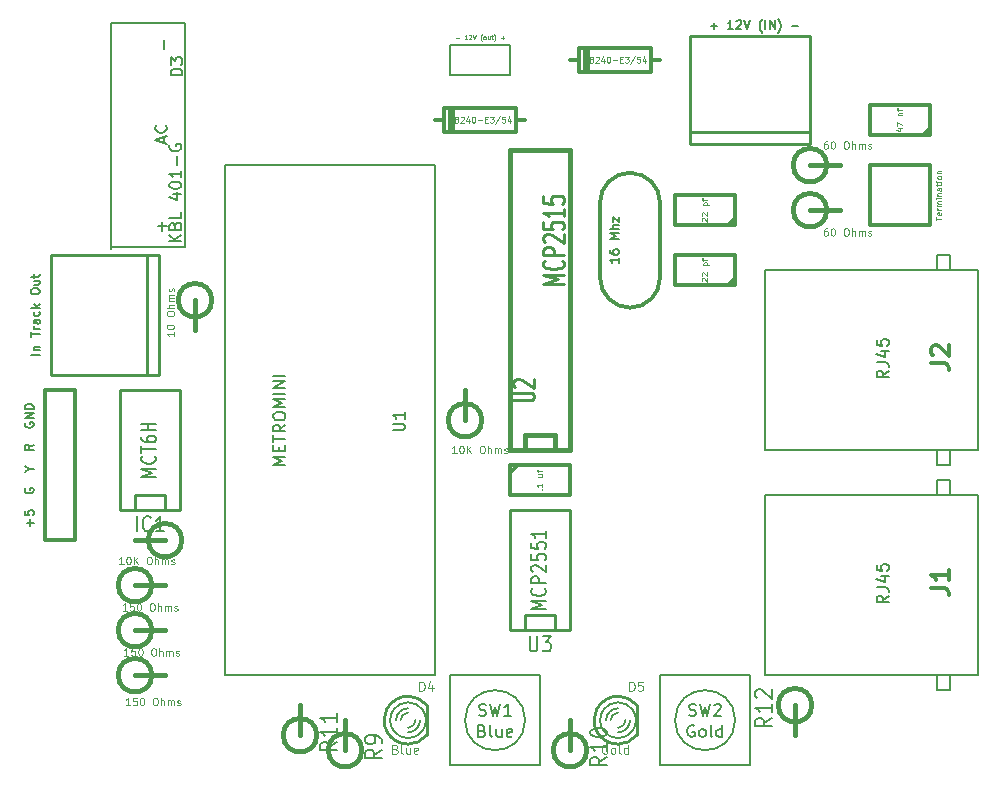
<source format=gto>
G04 (created by PCBNEW (2013-june-11)-stable) date Thu 24 May 2018 16:45:18 EDT*
%MOIN*%
G04 Gerber Fmt 3.4, Leading zero omitted, Abs format*
%FSLAX34Y34*%
G01*
G70*
G90*
G04 APERTURE LIST*
%ADD10C,0.00590551*%
%ADD11C,0.012*%
%ADD12C,0.005*%
%ADD13C,0.015*%
%ADD14C,0.01*%
%ADD15C,0.0125*%
%ADD16C,0.006*%
%ADD17C,0.008*%
%ADD18C,0.004*%
%ADD19C,0.01125*%
%ADD20C,0.00295276*%
%ADD21C,0.0035*%
G04 APERTURE END LIST*
G54D10*
G54D11*
X35000Y-53000D02*
X34000Y-53000D01*
X34000Y-58000D02*
X35000Y-58000D01*
X35000Y-53000D02*
X35000Y-58000D01*
X34000Y-58000D02*
X34000Y-53000D01*
G54D10*
X64170Y-55000D02*
X64170Y-55500D01*
X64170Y-55500D02*
X63720Y-55500D01*
X63720Y-55500D02*
X63720Y-55000D01*
X64170Y-49000D02*
X64170Y-48500D01*
X64170Y-48500D02*
X63720Y-48500D01*
X63720Y-48500D02*
X63720Y-49000D01*
G54D12*
X65100Y-55000D02*
X65100Y-49000D01*
X65100Y-49000D02*
X58000Y-49000D01*
X58000Y-49000D02*
X58000Y-55000D01*
X58000Y-55000D02*
X65100Y-55000D01*
G54D10*
X64170Y-62500D02*
X64170Y-63000D01*
X64170Y-63000D02*
X63720Y-63000D01*
X63720Y-63000D02*
X63720Y-62500D01*
X64170Y-56500D02*
X64170Y-56000D01*
X64170Y-56000D02*
X63720Y-56000D01*
X63720Y-56000D02*
X63720Y-56500D01*
G54D12*
X65100Y-62500D02*
X65100Y-56500D01*
X65100Y-56500D02*
X58000Y-56500D01*
X58000Y-56500D02*
X58000Y-62500D01*
X58000Y-62500D02*
X65100Y-62500D01*
G54D13*
X37000Y-62500D02*
X38000Y-62500D01*
X37559Y-62500D02*
G75*
G03X37559Y-62500I-559J0D01*
G74*
G01*
X37000Y-61000D02*
X38000Y-61000D01*
X37559Y-61000D02*
G75*
G03X37559Y-61000I-559J0D01*
G74*
G01*
X37000Y-59500D02*
X38000Y-59500D01*
X37559Y-59500D02*
G75*
G03X37559Y-59500I-559J0D01*
G74*
G01*
X38000Y-58000D02*
X37000Y-58000D01*
X38559Y-58000D02*
G75*
G03X38559Y-58000I-559J0D01*
G74*
G01*
X39000Y-50000D02*
X39000Y-51000D01*
X39559Y-50000D02*
G75*
G03X39559Y-50000I-559J0D01*
G74*
G01*
X59500Y-45500D02*
X60500Y-45500D01*
X60059Y-45500D02*
G75*
G03X60059Y-45500I-559J0D01*
G74*
G01*
X59500Y-47000D02*
X60500Y-47000D01*
X60059Y-47000D02*
G75*
G03X60059Y-47000I-559J0D01*
G74*
G01*
X48000Y-54000D02*
X48000Y-53000D01*
X48559Y-54000D02*
G75*
G03X48559Y-54000I-559J0D01*
G74*
G01*
G54D11*
X61500Y-45500D02*
X63500Y-45500D01*
X63500Y-45500D02*
X63500Y-47500D01*
X63500Y-47500D02*
X61500Y-47500D01*
X61500Y-47500D02*
X61500Y-45500D01*
G54D14*
X59500Y-41500D02*
X59500Y-41200D01*
X59500Y-41200D02*
X55500Y-41200D01*
X55500Y-41200D02*
X55500Y-41500D01*
X59500Y-44800D02*
X55500Y-44800D01*
X55500Y-44800D02*
X55500Y-44400D01*
X55500Y-44400D02*
X59500Y-44400D01*
X59500Y-44400D02*
X59500Y-44800D01*
X59500Y-44500D02*
X59500Y-41500D01*
X55500Y-41500D02*
X55500Y-44500D01*
X34500Y-48500D02*
X34200Y-48500D01*
X34200Y-48500D02*
X34200Y-52500D01*
X34200Y-52500D02*
X34500Y-52500D01*
X37800Y-48500D02*
X37800Y-52500D01*
X37800Y-52500D02*
X37400Y-52500D01*
X37400Y-52500D02*
X37400Y-48500D01*
X37400Y-48500D02*
X37800Y-48500D01*
X37500Y-48500D02*
X34500Y-48500D01*
X34500Y-52500D02*
X37500Y-52500D01*
G54D10*
X47003Y-45496D02*
X47003Y-62503D01*
X47003Y-62503D02*
X39996Y-62503D01*
X39996Y-62503D02*
X39996Y-45496D01*
X39996Y-45496D02*
X47003Y-45496D01*
X36212Y-48240D02*
X36212Y-40759D01*
X36212Y-40759D02*
X38673Y-40759D01*
X38673Y-40759D02*
X38673Y-48240D01*
X38673Y-48240D02*
X36212Y-48240D01*
X36212Y-48240D02*
X36212Y-48279D01*
G54D15*
X54500Y-49250D02*
X54500Y-46750D01*
X52500Y-49250D02*
X52500Y-46750D01*
X53500Y-45750D02*
G75*
G03X52500Y-46750I0J-1000D01*
G74*
G01*
X54500Y-46750D02*
G75*
G03X53500Y-45750I-1000J0D01*
G74*
G01*
X52500Y-49250D02*
G75*
G03X53500Y-50250I1000J0D01*
G74*
G01*
X53500Y-50250D02*
G75*
G03X54500Y-49250I0J1000D01*
G74*
G01*
G54D14*
X37000Y-57000D02*
X37000Y-56500D01*
X37000Y-56500D02*
X38000Y-56500D01*
X38000Y-56500D02*
X38000Y-57000D01*
X36500Y-57000D02*
X36500Y-53000D01*
X36500Y-53000D02*
X38500Y-53000D01*
X38500Y-53000D02*
X38500Y-57000D01*
X38500Y-57000D02*
X36500Y-57000D01*
X50000Y-61000D02*
X50000Y-60500D01*
X50000Y-60500D02*
X51000Y-60500D01*
X51000Y-60500D02*
X51000Y-61000D01*
X49500Y-61000D02*
X49500Y-57000D01*
X49500Y-57000D02*
X51500Y-57000D01*
X51500Y-57000D02*
X51500Y-61000D01*
X51500Y-61000D02*
X49500Y-61000D01*
G54D13*
X50000Y-55000D02*
X50000Y-54500D01*
X50000Y-54500D02*
X51000Y-54500D01*
X51000Y-54500D02*
X51000Y-55000D01*
X49500Y-55000D02*
X49500Y-45000D01*
X49500Y-45000D02*
X51500Y-45000D01*
X51500Y-45000D02*
X51500Y-55000D01*
X51500Y-55000D02*
X49500Y-55000D01*
G54D11*
X51500Y-42000D02*
X51800Y-42000D01*
X51800Y-42000D02*
X51800Y-42400D01*
X51800Y-42400D02*
X54200Y-42400D01*
X54200Y-42400D02*
X54200Y-42000D01*
X54200Y-42000D02*
X54500Y-42000D01*
X54200Y-42000D02*
X54200Y-41600D01*
X54200Y-41600D02*
X51800Y-41600D01*
X51800Y-41600D02*
X51800Y-42000D01*
X52000Y-42400D02*
X52000Y-41600D01*
X52100Y-41600D02*
X52100Y-42400D01*
X47000Y-44000D02*
X47300Y-44000D01*
X47300Y-44000D02*
X47300Y-44400D01*
X47300Y-44400D02*
X49700Y-44400D01*
X49700Y-44400D02*
X49700Y-44000D01*
X49700Y-44000D02*
X50000Y-44000D01*
X49700Y-44000D02*
X49700Y-43600D01*
X49700Y-43600D02*
X47300Y-43600D01*
X47300Y-43600D02*
X47300Y-44000D01*
X47500Y-44400D02*
X47500Y-43600D01*
X47600Y-43600D02*
X47600Y-44400D01*
X49520Y-55500D02*
X51500Y-55500D01*
X51500Y-55500D02*
X51500Y-56500D01*
X51500Y-56500D02*
X49500Y-56500D01*
X49500Y-56500D02*
X49500Y-55500D01*
X49500Y-55750D02*
X49750Y-55500D01*
X63480Y-44500D02*
X61500Y-44500D01*
X61500Y-44500D02*
X61500Y-43500D01*
X61500Y-43500D02*
X63500Y-43500D01*
X63500Y-43500D02*
X63500Y-44500D01*
X63500Y-44250D02*
X63250Y-44500D01*
X56980Y-49500D02*
X55000Y-49500D01*
X55000Y-49500D02*
X55000Y-48500D01*
X55000Y-48500D02*
X57000Y-48500D01*
X57000Y-48500D02*
X57000Y-49500D01*
X57000Y-49250D02*
X56750Y-49500D01*
X56980Y-47500D02*
X55000Y-47500D01*
X55000Y-47500D02*
X55000Y-46500D01*
X55000Y-46500D02*
X57000Y-46500D01*
X57000Y-46500D02*
X57000Y-47500D01*
X57000Y-47250D02*
X56750Y-47500D01*
G54D16*
X49500Y-41500D02*
X49500Y-42500D01*
X49500Y-42500D02*
X47500Y-42500D01*
X47500Y-42500D02*
X47500Y-41500D01*
X47500Y-41500D02*
X49500Y-41500D01*
G54D13*
X44000Y-65000D02*
X44000Y-64000D01*
X44559Y-65000D02*
G75*
G03X44559Y-65000I-559J0D01*
G74*
G01*
X51500Y-65000D02*
X51500Y-64000D01*
X52059Y-65000D02*
G75*
G03X52059Y-65000I-559J0D01*
G74*
G01*
X42500Y-64500D02*
X42500Y-63500D01*
X43059Y-64500D02*
G75*
G03X43059Y-64500I-559J0D01*
G74*
G01*
X59000Y-63500D02*
X59000Y-64500D01*
X59559Y-63500D02*
G75*
G03X59559Y-63500I-559J0D01*
G74*
G01*
G54D14*
X46720Y-64500D02*
X46720Y-63500D01*
G54D16*
X45639Y-63615D02*
G75*
G03X45500Y-64000I460J-384D01*
G74*
G01*
X45500Y-64000D02*
G75*
G03X45651Y-64397I599J0D01*
G74*
G01*
X46699Y-64000D02*
G75*
G03X46555Y-63610I-599J0D01*
G74*
G01*
X46560Y-64384D02*
G75*
G03X46700Y-64000I-460J384D01*
G74*
G01*
X46587Y-63650D02*
G75*
G03X46100Y-63400I-487J-349D01*
G74*
G01*
X46100Y-63400D02*
G75*
G03X45620Y-63639I0J-600D01*
G74*
G01*
X46100Y-64599D02*
G75*
G03X46572Y-64368I0J599D01*
G74*
G01*
X45626Y-64368D02*
G75*
G03X46100Y-64600I473J368D01*
G74*
G01*
X46100Y-63750D02*
G75*
G03X45850Y-64000I0J-250D01*
G74*
G01*
X46100Y-63600D02*
G75*
G03X45700Y-64000I0J-400D01*
G74*
G01*
X46100Y-64250D02*
G75*
G03X46350Y-64000I0J250D01*
G74*
G01*
X46100Y-64400D02*
G75*
G03X46500Y-64000I0J400D01*
G74*
G01*
G54D14*
X46713Y-63486D02*
G75*
G03X46100Y-63200I-613J-513D01*
G74*
G01*
X46100Y-63201D02*
G75*
G03X45395Y-63623I0J-799D01*
G74*
G01*
X46101Y-64798D02*
G75*
G03X46710Y-64515I-1J798D01*
G74*
G01*
X45405Y-64397D02*
G75*
G03X46100Y-64800I694J397D01*
G74*
G01*
X45395Y-63620D02*
G75*
G03X45300Y-64000I704J-379D01*
G74*
G01*
X45300Y-64000D02*
G75*
G03X45418Y-64418I799J0D01*
G74*
G01*
X53720Y-64500D02*
X53720Y-63500D01*
G54D16*
X52639Y-63615D02*
G75*
G03X52500Y-64000I460J-384D01*
G74*
G01*
X52500Y-64000D02*
G75*
G03X52651Y-64397I599J0D01*
G74*
G01*
X53699Y-64000D02*
G75*
G03X53555Y-63610I-599J0D01*
G74*
G01*
X53560Y-64384D02*
G75*
G03X53700Y-64000I-460J384D01*
G74*
G01*
X53587Y-63650D02*
G75*
G03X53100Y-63400I-487J-349D01*
G74*
G01*
X53100Y-63400D02*
G75*
G03X52620Y-63639I0J-600D01*
G74*
G01*
X53100Y-64599D02*
G75*
G03X53572Y-64368I0J599D01*
G74*
G01*
X52626Y-64368D02*
G75*
G03X53100Y-64600I473J368D01*
G74*
G01*
X53100Y-63750D02*
G75*
G03X52850Y-64000I0J-250D01*
G74*
G01*
X53100Y-63600D02*
G75*
G03X52700Y-64000I0J-400D01*
G74*
G01*
X53100Y-64250D02*
G75*
G03X53350Y-64000I0J250D01*
G74*
G01*
X53100Y-64400D02*
G75*
G03X53500Y-64000I0J400D01*
G74*
G01*
G54D14*
X53713Y-63486D02*
G75*
G03X53100Y-63200I-613J-513D01*
G74*
G01*
X53100Y-63201D02*
G75*
G03X52395Y-63623I0J-799D01*
G74*
G01*
X53101Y-64798D02*
G75*
G03X53710Y-64515I-1J798D01*
G74*
G01*
X52405Y-64397D02*
G75*
G03X53100Y-64800I694J397D01*
G74*
G01*
X52395Y-63620D02*
G75*
G03X52300Y-64000I704J-379D01*
G74*
G01*
X52300Y-64000D02*
G75*
G03X52418Y-64418I799J0D01*
G74*
G01*
G54D12*
X50000Y-64000D02*
G75*
G03X50000Y-64000I-1000J0D01*
G74*
G01*
X47500Y-62500D02*
X50500Y-62500D01*
X50500Y-62500D02*
X50500Y-65500D01*
X50500Y-65500D02*
X47500Y-65500D01*
X47500Y-62500D02*
X47500Y-65500D01*
X57000Y-64000D02*
G75*
G03X57000Y-64000I-1000J0D01*
G74*
G01*
X54500Y-62500D02*
X57500Y-62500D01*
X57500Y-62500D02*
X57500Y-65500D01*
X57500Y-65500D02*
X54500Y-65500D01*
X54500Y-62500D02*
X54500Y-65500D01*
G54D10*
X33507Y-57524D02*
X33507Y-57299D01*
X33619Y-57412D02*
X33394Y-57412D01*
X33324Y-57018D02*
X33324Y-57159D01*
X33464Y-57173D01*
X33450Y-57159D01*
X33436Y-57131D01*
X33436Y-57060D01*
X33450Y-57032D01*
X33464Y-57018D01*
X33492Y-57004D01*
X33563Y-57004D01*
X33591Y-57018D01*
X33605Y-57032D01*
X33619Y-57060D01*
X33619Y-57131D01*
X33605Y-57159D01*
X33591Y-57173D01*
X33338Y-56273D02*
X33324Y-56301D01*
X33324Y-56343D01*
X33338Y-56385D01*
X33366Y-56413D01*
X33394Y-56428D01*
X33450Y-56442D01*
X33492Y-56442D01*
X33549Y-56428D01*
X33577Y-56413D01*
X33605Y-56385D01*
X33619Y-56343D01*
X33619Y-56315D01*
X33605Y-56273D01*
X33591Y-56259D01*
X33492Y-56259D01*
X33492Y-56315D01*
X33478Y-55626D02*
X33619Y-55626D01*
X33324Y-55724D02*
X33478Y-55626D01*
X33324Y-55528D01*
X33619Y-54811D02*
X33478Y-54909D01*
X33619Y-54979D02*
X33324Y-54979D01*
X33324Y-54867D01*
X33338Y-54839D01*
X33352Y-54825D01*
X33380Y-54811D01*
X33422Y-54811D01*
X33450Y-54825D01*
X33464Y-54839D01*
X33478Y-54867D01*
X33478Y-54979D01*
X33338Y-54079D02*
X33324Y-54107D01*
X33324Y-54150D01*
X33338Y-54192D01*
X33366Y-54220D01*
X33394Y-54234D01*
X33450Y-54248D01*
X33492Y-54248D01*
X33549Y-54234D01*
X33577Y-54220D01*
X33605Y-54192D01*
X33619Y-54150D01*
X33619Y-54122D01*
X33605Y-54079D01*
X33591Y-54065D01*
X33492Y-54065D01*
X33492Y-54122D01*
X33619Y-53939D02*
X33324Y-53939D01*
X33619Y-53770D01*
X33324Y-53770D01*
X33619Y-53629D02*
X33324Y-53629D01*
X33324Y-53559D01*
X33338Y-53517D01*
X33366Y-53489D01*
X33394Y-53475D01*
X33450Y-53461D01*
X33492Y-53461D01*
X33549Y-53475D01*
X33577Y-53489D01*
X33605Y-53517D01*
X33619Y-53559D01*
X33619Y-53629D01*
G54D11*
X63542Y-52100D02*
X63971Y-52100D01*
X64057Y-52128D01*
X64114Y-52185D01*
X64142Y-52271D01*
X64142Y-52328D01*
X63600Y-51842D02*
X63571Y-51814D01*
X63542Y-51757D01*
X63542Y-51614D01*
X63571Y-51557D01*
X63600Y-51528D01*
X63657Y-51500D01*
X63714Y-51500D01*
X63800Y-51528D01*
X64142Y-51871D01*
X64142Y-51500D01*
G54D17*
X62119Y-52347D02*
X61931Y-52478D01*
X62119Y-52572D02*
X61725Y-52572D01*
X61725Y-52422D01*
X61744Y-52384D01*
X61763Y-52366D01*
X61800Y-52347D01*
X61856Y-52347D01*
X61894Y-52366D01*
X61913Y-52384D01*
X61931Y-52422D01*
X61931Y-52572D01*
X61725Y-52065D02*
X62006Y-52065D01*
X62063Y-52084D01*
X62100Y-52122D01*
X62119Y-52178D01*
X62119Y-52216D01*
X61856Y-51709D02*
X62119Y-51709D01*
X61706Y-51803D02*
X61988Y-51897D01*
X61988Y-51653D01*
X61725Y-51315D02*
X61725Y-51503D01*
X61913Y-51521D01*
X61894Y-51503D01*
X61875Y-51465D01*
X61875Y-51371D01*
X61894Y-51334D01*
X61913Y-51315D01*
X61950Y-51296D01*
X62044Y-51296D01*
X62081Y-51315D01*
X62100Y-51334D01*
X62119Y-51371D01*
X62119Y-51465D01*
X62100Y-51503D01*
X62081Y-51521D01*
G54D11*
X63542Y-59600D02*
X63971Y-59600D01*
X64057Y-59628D01*
X64114Y-59685D01*
X64142Y-59771D01*
X64142Y-59828D01*
X64142Y-59000D02*
X64142Y-59342D01*
X64142Y-59171D02*
X63542Y-59171D01*
X63628Y-59228D01*
X63685Y-59285D01*
X63714Y-59342D01*
G54D17*
X62119Y-59847D02*
X61931Y-59978D01*
X62119Y-60072D02*
X61725Y-60072D01*
X61725Y-59922D01*
X61744Y-59884D01*
X61763Y-59866D01*
X61800Y-59847D01*
X61856Y-59847D01*
X61894Y-59866D01*
X61913Y-59884D01*
X61931Y-59922D01*
X61931Y-60072D01*
X61725Y-59565D02*
X62006Y-59565D01*
X62063Y-59584D01*
X62100Y-59622D01*
X62119Y-59678D01*
X62119Y-59716D01*
X61856Y-59209D02*
X62119Y-59209D01*
X61706Y-59303D02*
X61988Y-59397D01*
X61988Y-59153D01*
X61725Y-58815D02*
X61725Y-59003D01*
X61913Y-59021D01*
X61894Y-59003D01*
X61875Y-58965D01*
X61875Y-58871D01*
X61894Y-58834D01*
X61913Y-58815D01*
X61950Y-58796D01*
X62044Y-58796D01*
X62081Y-58815D01*
X62100Y-58834D01*
X62119Y-58871D01*
X62119Y-58965D01*
X62100Y-59003D01*
X62081Y-59021D01*
G54D18*
X36826Y-63501D02*
X36683Y-63501D01*
X36754Y-63501D02*
X36754Y-63251D01*
X36730Y-63286D01*
X36707Y-63310D01*
X36683Y-63322D01*
X37052Y-63251D02*
X36933Y-63251D01*
X36921Y-63370D01*
X36933Y-63358D01*
X36957Y-63346D01*
X37016Y-63346D01*
X37040Y-63358D01*
X37052Y-63370D01*
X37064Y-63394D01*
X37064Y-63453D01*
X37052Y-63477D01*
X37040Y-63489D01*
X37016Y-63501D01*
X36957Y-63501D01*
X36933Y-63489D01*
X36921Y-63477D01*
X37219Y-63251D02*
X37242Y-63251D01*
X37266Y-63263D01*
X37278Y-63275D01*
X37290Y-63298D01*
X37302Y-63346D01*
X37302Y-63405D01*
X37290Y-63453D01*
X37278Y-63477D01*
X37266Y-63489D01*
X37242Y-63501D01*
X37219Y-63501D01*
X37195Y-63489D01*
X37183Y-63477D01*
X37171Y-63453D01*
X37159Y-63405D01*
X37159Y-63346D01*
X37171Y-63298D01*
X37183Y-63275D01*
X37195Y-63263D01*
X37219Y-63251D01*
X37647Y-63251D02*
X37695Y-63251D01*
X37719Y-63263D01*
X37742Y-63286D01*
X37754Y-63334D01*
X37754Y-63417D01*
X37742Y-63465D01*
X37719Y-63489D01*
X37695Y-63501D01*
X37647Y-63501D01*
X37623Y-63489D01*
X37600Y-63465D01*
X37588Y-63417D01*
X37588Y-63334D01*
X37600Y-63286D01*
X37623Y-63263D01*
X37647Y-63251D01*
X37861Y-63501D02*
X37861Y-63251D01*
X37969Y-63501D02*
X37969Y-63370D01*
X37957Y-63346D01*
X37933Y-63334D01*
X37897Y-63334D01*
X37873Y-63346D01*
X37861Y-63358D01*
X38088Y-63501D02*
X38088Y-63334D01*
X38088Y-63358D02*
X38100Y-63346D01*
X38123Y-63334D01*
X38159Y-63334D01*
X38183Y-63346D01*
X38195Y-63370D01*
X38195Y-63501D01*
X38195Y-63370D02*
X38207Y-63346D01*
X38230Y-63334D01*
X38266Y-63334D01*
X38290Y-63346D01*
X38302Y-63370D01*
X38302Y-63501D01*
X38409Y-63489D02*
X38433Y-63501D01*
X38480Y-63501D01*
X38504Y-63489D01*
X38516Y-63465D01*
X38516Y-63453D01*
X38504Y-63429D01*
X38480Y-63417D01*
X38445Y-63417D01*
X38421Y-63405D01*
X38409Y-63382D01*
X38409Y-63370D01*
X38421Y-63346D01*
X38445Y-63334D01*
X38480Y-63334D01*
X38504Y-63346D01*
X36776Y-61851D02*
X36633Y-61851D01*
X36704Y-61851D02*
X36704Y-61601D01*
X36680Y-61636D01*
X36657Y-61660D01*
X36633Y-61672D01*
X37002Y-61601D02*
X36883Y-61601D01*
X36871Y-61720D01*
X36883Y-61708D01*
X36907Y-61696D01*
X36966Y-61696D01*
X36990Y-61708D01*
X37002Y-61720D01*
X37014Y-61744D01*
X37014Y-61803D01*
X37002Y-61827D01*
X36990Y-61839D01*
X36966Y-61851D01*
X36907Y-61851D01*
X36883Y-61839D01*
X36871Y-61827D01*
X37169Y-61601D02*
X37192Y-61601D01*
X37216Y-61613D01*
X37228Y-61625D01*
X37240Y-61648D01*
X37252Y-61696D01*
X37252Y-61755D01*
X37240Y-61803D01*
X37228Y-61827D01*
X37216Y-61839D01*
X37192Y-61851D01*
X37169Y-61851D01*
X37145Y-61839D01*
X37133Y-61827D01*
X37121Y-61803D01*
X37109Y-61755D01*
X37109Y-61696D01*
X37121Y-61648D01*
X37133Y-61625D01*
X37145Y-61613D01*
X37169Y-61601D01*
X37597Y-61601D02*
X37645Y-61601D01*
X37669Y-61613D01*
X37692Y-61636D01*
X37704Y-61684D01*
X37704Y-61767D01*
X37692Y-61815D01*
X37669Y-61839D01*
X37645Y-61851D01*
X37597Y-61851D01*
X37573Y-61839D01*
X37550Y-61815D01*
X37538Y-61767D01*
X37538Y-61684D01*
X37550Y-61636D01*
X37573Y-61613D01*
X37597Y-61601D01*
X37811Y-61851D02*
X37811Y-61601D01*
X37919Y-61851D02*
X37919Y-61720D01*
X37907Y-61696D01*
X37883Y-61684D01*
X37847Y-61684D01*
X37823Y-61696D01*
X37811Y-61708D01*
X38038Y-61851D02*
X38038Y-61684D01*
X38038Y-61708D02*
X38050Y-61696D01*
X38073Y-61684D01*
X38109Y-61684D01*
X38133Y-61696D01*
X38145Y-61720D01*
X38145Y-61851D01*
X38145Y-61720D02*
X38157Y-61696D01*
X38180Y-61684D01*
X38216Y-61684D01*
X38240Y-61696D01*
X38252Y-61720D01*
X38252Y-61851D01*
X38359Y-61839D02*
X38383Y-61851D01*
X38430Y-61851D01*
X38454Y-61839D01*
X38466Y-61815D01*
X38466Y-61803D01*
X38454Y-61779D01*
X38430Y-61767D01*
X38395Y-61767D01*
X38371Y-61755D01*
X38359Y-61732D01*
X38359Y-61720D01*
X38371Y-61696D01*
X38395Y-61684D01*
X38430Y-61684D01*
X38454Y-61696D01*
X36726Y-60351D02*
X36583Y-60351D01*
X36654Y-60351D02*
X36654Y-60101D01*
X36630Y-60136D01*
X36607Y-60160D01*
X36583Y-60172D01*
X36952Y-60101D02*
X36833Y-60101D01*
X36821Y-60220D01*
X36833Y-60208D01*
X36857Y-60196D01*
X36916Y-60196D01*
X36940Y-60208D01*
X36952Y-60220D01*
X36964Y-60244D01*
X36964Y-60303D01*
X36952Y-60327D01*
X36940Y-60339D01*
X36916Y-60351D01*
X36857Y-60351D01*
X36833Y-60339D01*
X36821Y-60327D01*
X37119Y-60101D02*
X37142Y-60101D01*
X37166Y-60113D01*
X37178Y-60125D01*
X37190Y-60148D01*
X37202Y-60196D01*
X37202Y-60255D01*
X37190Y-60303D01*
X37178Y-60327D01*
X37166Y-60339D01*
X37142Y-60351D01*
X37119Y-60351D01*
X37095Y-60339D01*
X37083Y-60327D01*
X37071Y-60303D01*
X37059Y-60255D01*
X37059Y-60196D01*
X37071Y-60148D01*
X37083Y-60125D01*
X37095Y-60113D01*
X37119Y-60101D01*
X37547Y-60101D02*
X37595Y-60101D01*
X37619Y-60113D01*
X37642Y-60136D01*
X37654Y-60184D01*
X37654Y-60267D01*
X37642Y-60315D01*
X37619Y-60339D01*
X37595Y-60351D01*
X37547Y-60351D01*
X37523Y-60339D01*
X37500Y-60315D01*
X37488Y-60267D01*
X37488Y-60184D01*
X37500Y-60136D01*
X37523Y-60113D01*
X37547Y-60101D01*
X37761Y-60351D02*
X37761Y-60101D01*
X37869Y-60351D02*
X37869Y-60220D01*
X37857Y-60196D01*
X37833Y-60184D01*
X37797Y-60184D01*
X37773Y-60196D01*
X37761Y-60208D01*
X37988Y-60351D02*
X37988Y-60184D01*
X37988Y-60208D02*
X38000Y-60196D01*
X38023Y-60184D01*
X38059Y-60184D01*
X38083Y-60196D01*
X38095Y-60220D01*
X38095Y-60351D01*
X38095Y-60220D02*
X38107Y-60196D01*
X38130Y-60184D01*
X38166Y-60184D01*
X38190Y-60196D01*
X38202Y-60220D01*
X38202Y-60351D01*
X38309Y-60339D02*
X38333Y-60351D01*
X38380Y-60351D01*
X38404Y-60339D01*
X38416Y-60315D01*
X38416Y-60303D01*
X38404Y-60279D01*
X38380Y-60267D01*
X38345Y-60267D01*
X38321Y-60255D01*
X38309Y-60232D01*
X38309Y-60220D01*
X38321Y-60196D01*
X38345Y-60184D01*
X38380Y-60184D01*
X38404Y-60196D01*
X36620Y-58801D02*
X36477Y-58801D01*
X36548Y-58801D02*
X36548Y-58551D01*
X36525Y-58586D01*
X36501Y-58610D01*
X36477Y-58622D01*
X36775Y-58551D02*
X36798Y-58551D01*
X36822Y-58563D01*
X36834Y-58575D01*
X36846Y-58598D01*
X36858Y-58646D01*
X36858Y-58705D01*
X36846Y-58753D01*
X36834Y-58777D01*
X36822Y-58789D01*
X36798Y-58801D01*
X36775Y-58801D01*
X36751Y-58789D01*
X36739Y-58777D01*
X36727Y-58753D01*
X36715Y-58705D01*
X36715Y-58646D01*
X36727Y-58598D01*
X36739Y-58575D01*
X36751Y-58563D01*
X36775Y-58551D01*
X36965Y-58801D02*
X36965Y-58551D01*
X37108Y-58801D02*
X37001Y-58658D01*
X37108Y-58551D02*
X36965Y-58694D01*
X37453Y-58551D02*
X37501Y-58551D01*
X37525Y-58563D01*
X37548Y-58586D01*
X37560Y-58634D01*
X37560Y-58717D01*
X37548Y-58765D01*
X37525Y-58789D01*
X37501Y-58801D01*
X37453Y-58801D01*
X37429Y-58789D01*
X37405Y-58765D01*
X37394Y-58717D01*
X37394Y-58634D01*
X37405Y-58586D01*
X37429Y-58563D01*
X37453Y-58551D01*
X37667Y-58801D02*
X37667Y-58551D01*
X37775Y-58801D02*
X37775Y-58670D01*
X37763Y-58646D01*
X37739Y-58634D01*
X37703Y-58634D01*
X37679Y-58646D01*
X37667Y-58658D01*
X37894Y-58801D02*
X37894Y-58634D01*
X37894Y-58658D02*
X37905Y-58646D01*
X37929Y-58634D01*
X37965Y-58634D01*
X37989Y-58646D01*
X38001Y-58670D01*
X38001Y-58801D01*
X38001Y-58670D02*
X38013Y-58646D01*
X38036Y-58634D01*
X38072Y-58634D01*
X38096Y-58646D01*
X38108Y-58670D01*
X38108Y-58801D01*
X38215Y-58789D02*
X38239Y-58801D01*
X38286Y-58801D01*
X38310Y-58789D01*
X38322Y-58765D01*
X38322Y-58753D01*
X38310Y-58729D01*
X38286Y-58717D01*
X38251Y-58717D01*
X38227Y-58705D01*
X38215Y-58682D01*
X38215Y-58670D01*
X38227Y-58646D01*
X38251Y-58634D01*
X38286Y-58634D01*
X38310Y-58646D01*
X38301Y-51054D02*
X38301Y-51197D01*
X38301Y-51126D02*
X38051Y-51126D01*
X38086Y-51150D01*
X38110Y-51173D01*
X38122Y-51197D01*
X38051Y-50900D02*
X38051Y-50876D01*
X38063Y-50852D01*
X38075Y-50840D01*
X38098Y-50828D01*
X38146Y-50816D01*
X38205Y-50816D01*
X38253Y-50828D01*
X38277Y-50840D01*
X38289Y-50852D01*
X38301Y-50876D01*
X38301Y-50900D01*
X38289Y-50923D01*
X38277Y-50935D01*
X38253Y-50947D01*
X38205Y-50959D01*
X38146Y-50959D01*
X38098Y-50947D01*
X38075Y-50935D01*
X38063Y-50923D01*
X38051Y-50900D01*
X38051Y-50471D02*
X38051Y-50423D01*
X38063Y-50400D01*
X38086Y-50376D01*
X38134Y-50364D01*
X38217Y-50364D01*
X38265Y-50376D01*
X38289Y-50400D01*
X38301Y-50423D01*
X38301Y-50471D01*
X38289Y-50495D01*
X38265Y-50519D01*
X38217Y-50530D01*
X38134Y-50530D01*
X38086Y-50519D01*
X38063Y-50495D01*
X38051Y-50471D01*
X38301Y-50257D02*
X38051Y-50257D01*
X38301Y-50150D02*
X38170Y-50150D01*
X38146Y-50161D01*
X38134Y-50185D01*
X38134Y-50221D01*
X38146Y-50245D01*
X38158Y-50257D01*
X38301Y-50030D02*
X38134Y-50030D01*
X38158Y-50030D02*
X38146Y-50019D01*
X38134Y-49995D01*
X38134Y-49959D01*
X38146Y-49935D01*
X38170Y-49923D01*
X38301Y-49923D01*
X38170Y-49923D02*
X38146Y-49911D01*
X38134Y-49888D01*
X38134Y-49852D01*
X38146Y-49828D01*
X38170Y-49816D01*
X38301Y-49816D01*
X38289Y-49709D02*
X38301Y-49685D01*
X38301Y-49638D01*
X38289Y-49614D01*
X38265Y-49602D01*
X38253Y-49602D01*
X38229Y-49614D01*
X38217Y-49638D01*
X38217Y-49673D01*
X38205Y-49697D01*
X38182Y-49709D01*
X38170Y-49709D01*
X38146Y-49697D01*
X38134Y-49673D01*
X38134Y-49638D01*
X38146Y-49614D01*
X60071Y-44701D02*
X60023Y-44701D01*
X60000Y-44713D01*
X59988Y-44725D01*
X59964Y-44760D01*
X59952Y-44808D01*
X59952Y-44903D01*
X59964Y-44927D01*
X59976Y-44939D01*
X60000Y-44951D01*
X60047Y-44951D01*
X60071Y-44939D01*
X60083Y-44927D01*
X60095Y-44903D01*
X60095Y-44844D01*
X60083Y-44820D01*
X60071Y-44808D01*
X60047Y-44796D01*
X60000Y-44796D01*
X59976Y-44808D01*
X59964Y-44820D01*
X59952Y-44844D01*
X60250Y-44701D02*
X60273Y-44701D01*
X60297Y-44713D01*
X60309Y-44725D01*
X60321Y-44748D01*
X60333Y-44796D01*
X60333Y-44855D01*
X60321Y-44903D01*
X60309Y-44927D01*
X60297Y-44939D01*
X60273Y-44951D01*
X60250Y-44951D01*
X60226Y-44939D01*
X60214Y-44927D01*
X60202Y-44903D01*
X60190Y-44855D01*
X60190Y-44796D01*
X60202Y-44748D01*
X60214Y-44725D01*
X60226Y-44713D01*
X60250Y-44701D01*
X60678Y-44701D02*
X60726Y-44701D01*
X60750Y-44713D01*
X60773Y-44736D01*
X60785Y-44784D01*
X60785Y-44867D01*
X60773Y-44915D01*
X60750Y-44939D01*
X60726Y-44951D01*
X60678Y-44951D01*
X60654Y-44939D01*
X60630Y-44915D01*
X60619Y-44867D01*
X60619Y-44784D01*
X60630Y-44736D01*
X60654Y-44713D01*
X60678Y-44701D01*
X60892Y-44951D02*
X60892Y-44701D01*
X61000Y-44951D02*
X61000Y-44820D01*
X60988Y-44796D01*
X60964Y-44784D01*
X60928Y-44784D01*
X60904Y-44796D01*
X60892Y-44808D01*
X61119Y-44951D02*
X61119Y-44784D01*
X61119Y-44808D02*
X61130Y-44796D01*
X61154Y-44784D01*
X61190Y-44784D01*
X61214Y-44796D01*
X61226Y-44820D01*
X61226Y-44951D01*
X61226Y-44820D02*
X61238Y-44796D01*
X61261Y-44784D01*
X61297Y-44784D01*
X61321Y-44796D01*
X61333Y-44820D01*
X61333Y-44951D01*
X61440Y-44939D02*
X61464Y-44951D01*
X61511Y-44951D01*
X61535Y-44939D01*
X61547Y-44915D01*
X61547Y-44903D01*
X61535Y-44879D01*
X61511Y-44867D01*
X61476Y-44867D01*
X61452Y-44855D01*
X61440Y-44832D01*
X61440Y-44820D01*
X61452Y-44796D01*
X61476Y-44784D01*
X61511Y-44784D01*
X61535Y-44796D01*
X60071Y-47601D02*
X60023Y-47601D01*
X60000Y-47613D01*
X59988Y-47625D01*
X59964Y-47660D01*
X59952Y-47708D01*
X59952Y-47803D01*
X59964Y-47827D01*
X59976Y-47839D01*
X60000Y-47851D01*
X60047Y-47851D01*
X60071Y-47839D01*
X60083Y-47827D01*
X60095Y-47803D01*
X60095Y-47744D01*
X60083Y-47720D01*
X60071Y-47708D01*
X60047Y-47696D01*
X60000Y-47696D01*
X59976Y-47708D01*
X59964Y-47720D01*
X59952Y-47744D01*
X60250Y-47601D02*
X60273Y-47601D01*
X60297Y-47613D01*
X60309Y-47625D01*
X60321Y-47648D01*
X60333Y-47696D01*
X60333Y-47755D01*
X60321Y-47803D01*
X60309Y-47827D01*
X60297Y-47839D01*
X60273Y-47851D01*
X60250Y-47851D01*
X60226Y-47839D01*
X60214Y-47827D01*
X60202Y-47803D01*
X60190Y-47755D01*
X60190Y-47696D01*
X60202Y-47648D01*
X60214Y-47625D01*
X60226Y-47613D01*
X60250Y-47601D01*
X60678Y-47601D02*
X60726Y-47601D01*
X60750Y-47613D01*
X60773Y-47636D01*
X60785Y-47684D01*
X60785Y-47767D01*
X60773Y-47815D01*
X60750Y-47839D01*
X60726Y-47851D01*
X60678Y-47851D01*
X60654Y-47839D01*
X60630Y-47815D01*
X60619Y-47767D01*
X60619Y-47684D01*
X60630Y-47636D01*
X60654Y-47613D01*
X60678Y-47601D01*
X60892Y-47851D02*
X60892Y-47601D01*
X61000Y-47851D02*
X61000Y-47720D01*
X60988Y-47696D01*
X60964Y-47684D01*
X60928Y-47684D01*
X60904Y-47696D01*
X60892Y-47708D01*
X61119Y-47851D02*
X61119Y-47684D01*
X61119Y-47708D02*
X61130Y-47696D01*
X61154Y-47684D01*
X61190Y-47684D01*
X61214Y-47696D01*
X61226Y-47720D01*
X61226Y-47851D01*
X61226Y-47720D02*
X61238Y-47696D01*
X61261Y-47684D01*
X61297Y-47684D01*
X61321Y-47696D01*
X61333Y-47720D01*
X61333Y-47851D01*
X61440Y-47839D02*
X61464Y-47851D01*
X61511Y-47851D01*
X61535Y-47839D01*
X61547Y-47815D01*
X61547Y-47803D01*
X61535Y-47779D01*
X61511Y-47767D01*
X61476Y-47767D01*
X61452Y-47755D01*
X61440Y-47732D01*
X61440Y-47720D01*
X61452Y-47696D01*
X61476Y-47684D01*
X61511Y-47684D01*
X61535Y-47696D01*
X47720Y-55101D02*
X47577Y-55101D01*
X47648Y-55101D02*
X47648Y-54851D01*
X47625Y-54886D01*
X47601Y-54910D01*
X47577Y-54922D01*
X47875Y-54851D02*
X47898Y-54851D01*
X47922Y-54863D01*
X47934Y-54875D01*
X47946Y-54898D01*
X47958Y-54946D01*
X47958Y-55005D01*
X47946Y-55053D01*
X47934Y-55077D01*
X47922Y-55089D01*
X47898Y-55101D01*
X47875Y-55101D01*
X47851Y-55089D01*
X47839Y-55077D01*
X47827Y-55053D01*
X47815Y-55005D01*
X47815Y-54946D01*
X47827Y-54898D01*
X47839Y-54875D01*
X47851Y-54863D01*
X47875Y-54851D01*
X48065Y-55101D02*
X48065Y-54851D01*
X48208Y-55101D02*
X48101Y-54958D01*
X48208Y-54851D02*
X48065Y-54994D01*
X48553Y-54851D02*
X48601Y-54851D01*
X48625Y-54863D01*
X48648Y-54886D01*
X48660Y-54934D01*
X48660Y-55017D01*
X48648Y-55065D01*
X48625Y-55089D01*
X48601Y-55101D01*
X48553Y-55101D01*
X48529Y-55089D01*
X48505Y-55065D01*
X48494Y-55017D01*
X48494Y-54934D01*
X48505Y-54886D01*
X48529Y-54863D01*
X48553Y-54851D01*
X48767Y-55101D02*
X48767Y-54851D01*
X48875Y-55101D02*
X48875Y-54970D01*
X48863Y-54946D01*
X48839Y-54934D01*
X48803Y-54934D01*
X48779Y-54946D01*
X48767Y-54958D01*
X48994Y-55101D02*
X48994Y-54934D01*
X48994Y-54958D02*
X49005Y-54946D01*
X49029Y-54934D01*
X49065Y-54934D01*
X49089Y-54946D01*
X49101Y-54970D01*
X49101Y-55101D01*
X49101Y-54970D02*
X49113Y-54946D01*
X49136Y-54934D01*
X49172Y-54934D01*
X49196Y-54946D01*
X49208Y-54970D01*
X49208Y-55101D01*
X49315Y-55089D02*
X49339Y-55101D01*
X49386Y-55101D01*
X49410Y-55089D01*
X49422Y-55065D01*
X49422Y-55053D01*
X49410Y-55029D01*
X49386Y-55017D01*
X49351Y-55017D01*
X49327Y-55005D01*
X49315Y-54982D01*
X49315Y-54970D01*
X49327Y-54946D01*
X49351Y-54934D01*
X49386Y-54934D01*
X49410Y-54946D01*
X63682Y-47338D02*
X63682Y-47226D01*
X63879Y-47282D02*
X63682Y-47282D01*
X63870Y-47085D02*
X63879Y-47104D01*
X63879Y-47142D01*
X63870Y-47160D01*
X63851Y-47170D01*
X63776Y-47170D01*
X63757Y-47160D01*
X63748Y-47142D01*
X63748Y-47104D01*
X63757Y-47085D01*
X63776Y-47076D01*
X63795Y-47076D01*
X63814Y-47170D01*
X63879Y-46992D02*
X63748Y-46992D01*
X63785Y-46992D02*
X63767Y-46982D01*
X63757Y-46973D01*
X63748Y-46954D01*
X63748Y-46935D01*
X63879Y-46870D02*
X63748Y-46870D01*
X63767Y-46870D02*
X63757Y-46860D01*
X63748Y-46842D01*
X63748Y-46814D01*
X63757Y-46795D01*
X63776Y-46785D01*
X63879Y-46785D01*
X63776Y-46785D02*
X63757Y-46776D01*
X63748Y-46757D01*
X63748Y-46729D01*
X63757Y-46710D01*
X63776Y-46701D01*
X63879Y-46701D01*
X63879Y-46607D02*
X63748Y-46607D01*
X63682Y-46607D02*
X63692Y-46617D01*
X63701Y-46607D01*
X63692Y-46598D01*
X63682Y-46607D01*
X63701Y-46607D01*
X63748Y-46514D02*
X63879Y-46514D01*
X63767Y-46514D02*
X63757Y-46504D01*
X63748Y-46485D01*
X63748Y-46457D01*
X63757Y-46439D01*
X63776Y-46429D01*
X63879Y-46429D01*
X63879Y-46251D02*
X63776Y-46251D01*
X63757Y-46260D01*
X63748Y-46279D01*
X63748Y-46317D01*
X63757Y-46335D01*
X63870Y-46251D02*
X63879Y-46270D01*
X63879Y-46317D01*
X63870Y-46335D01*
X63851Y-46345D01*
X63832Y-46345D01*
X63814Y-46335D01*
X63804Y-46317D01*
X63804Y-46270D01*
X63795Y-46251D01*
X63748Y-46185D02*
X63748Y-46110D01*
X63682Y-46157D02*
X63851Y-46157D01*
X63870Y-46148D01*
X63879Y-46129D01*
X63879Y-46110D01*
X63879Y-46045D02*
X63748Y-46045D01*
X63682Y-46045D02*
X63692Y-46054D01*
X63701Y-46045D01*
X63692Y-46035D01*
X63682Y-46045D01*
X63701Y-46045D01*
X63879Y-45923D02*
X63870Y-45942D01*
X63860Y-45951D01*
X63842Y-45961D01*
X63785Y-45961D01*
X63767Y-45951D01*
X63757Y-45942D01*
X63748Y-45923D01*
X63748Y-45895D01*
X63757Y-45876D01*
X63767Y-45867D01*
X63785Y-45857D01*
X63842Y-45857D01*
X63860Y-45867D01*
X63870Y-45876D01*
X63879Y-45895D01*
X63879Y-45923D01*
X63748Y-45773D02*
X63879Y-45773D01*
X63767Y-45773D02*
X63757Y-45764D01*
X63748Y-45745D01*
X63748Y-45717D01*
X63757Y-45698D01*
X63776Y-45689D01*
X63879Y-45689D01*
G54D10*
X56187Y-40857D02*
X56412Y-40857D01*
X56300Y-40969D02*
X56300Y-40744D01*
X56932Y-40969D02*
X56764Y-40969D01*
X56848Y-40969D02*
X56848Y-40674D01*
X56820Y-40716D01*
X56792Y-40744D01*
X56764Y-40758D01*
X57045Y-40702D02*
X57059Y-40688D01*
X57087Y-40674D01*
X57157Y-40674D01*
X57185Y-40688D01*
X57200Y-40702D01*
X57214Y-40730D01*
X57214Y-40758D01*
X57200Y-40800D01*
X57031Y-40969D01*
X57214Y-40969D01*
X57298Y-40674D02*
X57396Y-40969D01*
X57495Y-40674D01*
X57903Y-41082D02*
X57889Y-41067D01*
X57860Y-41025D01*
X57846Y-40997D01*
X57832Y-40955D01*
X57818Y-40885D01*
X57818Y-40828D01*
X57832Y-40758D01*
X57846Y-40716D01*
X57860Y-40688D01*
X57889Y-40646D01*
X57903Y-40632D01*
X58015Y-40969D02*
X58015Y-40674D01*
X58156Y-40969D02*
X58156Y-40674D01*
X58324Y-40969D01*
X58324Y-40674D01*
X58437Y-41082D02*
X58451Y-41067D01*
X58479Y-41025D01*
X58493Y-40997D01*
X58507Y-40955D01*
X58521Y-40885D01*
X58521Y-40828D01*
X58507Y-40758D01*
X58493Y-40716D01*
X58479Y-40688D01*
X58451Y-40646D01*
X58437Y-40632D01*
X58887Y-40857D02*
X59112Y-40857D01*
X33819Y-51814D02*
X33524Y-51814D01*
X33622Y-51674D02*
X33819Y-51674D01*
X33650Y-51674D02*
X33636Y-51660D01*
X33622Y-51631D01*
X33622Y-51589D01*
X33636Y-51561D01*
X33664Y-51547D01*
X33819Y-51547D01*
X33524Y-51224D02*
X33524Y-51055D01*
X33819Y-51139D02*
X33524Y-51139D01*
X33819Y-50956D02*
X33622Y-50956D01*
X33678Y-50956D02*
X33650Y-50942D01*
X33636Y-50928D01*
X33622Y-50900D01*
X33622Y-50872D01*
X33819Y-50647D02*
X33664Y-50647D01*
X33636Y-50661D01*
X33622Y-50689D01*
X33622Y-50746D01*
X33636Y-50774D01*
X33805Y-50647D02*
X33819Y-50675D01*
X33819Y-50746D01*
X33805Y-50774D01*
X33777Y-50788D01*
X33749Y-50788D01*
X33721Y-50774D01*
X33707Y-50746D01*
X33707Y-50675D01*
X33692Y-50647D01*
X33805Y-50380D02*
X33819Y-50408D01*
X33819Y-50464D01*
X33805Y-50492D01*
X33791Y-50507D01*
X33763Y-50521D01*
X33678Y-50521D01*
X33650Y-50507D01*
X33636Y-50492D01*
X33622Y-50464D01*
X33622Y-50408D01*
X33636Y-50380D01*
X33819Y-50253D02*
X33524Y-50253D01*
X33707Y-50225D02*
X33819Y-50141D01*
X33622Y-50141D02*
X33735Y-50253D01*
X33524Y-49733D02*
X33524Y-49677D01*
X33538Y-49649D01*
X33566Y-49621D01*
X33622Y-49607D01*
X33721Y-49607D01*
X33777Y-49621D01*
X33805Y-49649D01*
X33819Y-49677D01*
X33819Y-49733D01*
X33805Y-49761D01*
X33777Y-49789D01*
X33721Y-49803D01*
X33622Y-49803D01*
X33566Y-49789D01*
X33538Y-49761D01*
X33524Y-49733D01*
X33622Y-49354D02*
X33819Y-49354D01*
X33622Y-49480D02*
X33777Y-49480D01*
X33805Y-49466D01*
X33819Y-49438D01*
X33819Y-49396D01*
X33805Y-49368D01*
X33791Y-49354D01*
X33622Y-49255D02*
X33622Y-49143D01*
X33524Y-49213D02*
X33777Y-49213D01*
X33805Y-49199D01*
X33819Y-49171D01*
X33819Y-49143D01*
X45588Y-54339D02*
X45907Y-54339D01*
X45944Y-54320D01*
X45963Y-54301D01*
X45982Y-54264D01*
X45982Y-54189D01*
X45963Y-54151D01*
X45944Y-54133D01*
X45907Y-54114D01*
X45588Y-54114D01*
X45982Y-53720D02*
X45982Y-53945D01*
X45982Y-53833D02*
X45588Y-53833D01*
X45644Y-53870D01*
X45682Y-53908D01*
X45700Y-53945D01*
X42005Y-55481D02*
X41612Y-55481D01*
X41893Y-55349D01*
X41612Y-55218D01*
X42005Y-55218D01*
X41799Y-55031D02*
X41799Y-54899D01*
X42005Y-54843D02*
X42005Y-55031D01*
X41612Y-55031D01*
X41612Y-54843D01*
X41612Y-54731D02*
X41612Y-54506D01*
X42005Y-54618D02*
X41612Y-54618D01*
X42005Y-54149D02*
X41818Y-54281D01*
X42005Y-54374D02*
X41612Y-54374D01*
X41612Y-54224D01*
X41630Y-54187D01*
X41649Y-54168D01*
X41687Y-54149D01*
X41743Y-54149D01*
X41780Y-54168D01*
X41799Y-54187D01*
X41818Y-54224D01*
X41818Y-54374D01*
X41612Y-53906D02*
X41612Y-53831D01*
X41630Y-53793D01*
X41668Y-53756D01*
X41743Y-53737D01*
X41874Y-53737D01*
X41949Y-53756D01*
X41987Y-53793D01*
X42005Y-53831D01*
X42005Y-53906D01*
X41987Y-53943D01*
X41949Y-53981D01*
X41874Y-53999D01*
X41743Y-53999D01*
X41668Y-53981D01*
X41630Y-53943D01*
X41612Y-53906D01*
X42005Y-53568D02*
X41612Y-53568D01*
X41893Y-53437D01*
X41612Y-53306D01*
X42005Y-53306D01*
X42005Y-53118D02*
X41612Y-53118D01*
X42005Y-52931D02*
X41612Y-52931D01*
X42005Y-52706D01*
X41612Y-52706D01*
X42005Y-52518D02*
X41612Y-52518D01*
X38576Y-42507D02*
X38182Y-42507D01*
X38182Y-42413D01*
X38201Y-42357D01*
X38239Y-42319D01*
X38276Y-42300D01*
X38351Y-42282D01*
X38407Y-42282D01*
X38482Y-42300D01*
X38520Y-42319D01*
X38557Y-42357D01*
X38576Y-42413D01*
X38576Y-42507D01*
X38182Y-42150D02*
X38182Y-41907D01*
X38332Y-42038D01*
X38332Y-41982D01*
X38351Y-41944D01*
X38370Y-41925D01*
X38407Y-41907D01*
X38501Y-41907D01*
X38539Y-41925D01*
X38557Y-41944D01*
X38576Y-41982D01*
X38576Y-42094D01*
X38557Y-42132D01*
X38539Y-42150D01*
X38537Y-48041D02*
X38143Y-48041D01*
X38537Y-47816D02*
X38312Y-47985D01*
X38143Y-47816D02*
X38368Y-48041D01*
X38331Y-47516D02*
X38349Y-47460D01*
X38368Y-47441D01*
X38406Y-47422D01*
X38462Y-47422D01*
X38499Y-47441D01*
X38518Y-47460D01*
X38537Y-47497D01*
X38537Y-47647D01*
X38143Y-47647D01*
X38143Y-47516D01*
X38162Y-47479D01*
X38181Y-47460D01*
X38218Y-47441D01*
X38256Y-47441D01*
X38293Y-47460D01*
X38312Y-47479D01*
X38331Y-47516D01*
X38331Y-47647D01*
X38537Y-47066D02*
X38537Y-47254D01*
X38143Y-47254D01*
X38274Y-46466D02*
X38537Y-46466D01*
X38124Y-46560D02*
X38406Y-46654D01*
X38406Y-46410D01*
X38143Y-46185D02*
X38143Y-46147D01*
X38162Y-46110D01*
X38181Y-46091D01*
X38218Y-46072D01*
X38293Y-46054D01*
X38387Y-46054D01*
X38462Y-46072D01*
X38499Y-46091D01*
X38518Y-46110D01*
X38537Y-46147D01*
X38537Y-46185D01*
X38518Y-46222D01*
X38499Y-46241D01*
X38462Y-46260D01*
X38387Y-46279D01*
X38293Y-46279D01*
X38218Y-46260D01*
X38181Y-46241D01*
X38162Y-46222D01*
X38143Y-46185D01*
X38537Y-45679D02*
X38537Y-45904D01*
X38537Y-45791D02*
X38143Y-45791D01*
X38199Y-45829D01*
X38237Y-45866D01*
X38256Y-45904D01*
X38387Y-45510D02*
X38387Y-45210D01*
X38162Y-44816D02*
X38143Y-44854D01*
X38143Y-44910D01*
X38162Y-44966D01*
X38199Y-45004D01*
X38237Y-45023D01*
X38312Y-45041D01*
X38368Y-45041D01*
X38443Y-45023D01*
X38481Y-45004D01*
X38518Y-44966D01*
X38537Y-44910D01*
X38537Y-44873D01*
X38518Y-44816D01*
X38499Y-44798D01*
X38368Y-44798D01*
X38368Y-44873D01*
X37952Y-44751D02*
X37952Y-44563D01*
X38064Y-44788D02*
X37671Y-44657D01*
X38064Y-44526D01*
X38027Y-44170D02*
X38046Y-44188D01*
X38064Y-44245D01*
X38064Y-44282D01*
X38046Y-44338D01*
X38008Y-44376D01*
X37971Y-44395D01*
X37896Y-44413D01*
X37839Y-44413D01*
X37764Y-44395D01*
X37727Y-44376D01*
X37689Y-44338D01*
X37671Y-44282D01*
X37671Y-44245D01*
X37689Y-44188D01*
X37708Y-44170D01*
X37954Y-41618D02*
X37954Y-41318D01*
X37914Y-47681D02*
X37914Y-47381D01*
X38064Y-47531D02*
X37764Y-47531D01*
X53119Y-48590D02*
X53119Y-48759D01*
X53119Y-48674D02*
X52824Y-48674D01*
X52866Y-48703D01*
X52894Y-48731D01*
X52908Y-48759D01*
X52824Y-48337D02*
X52824Y-48393D01*
X52838Y-48421D01*
X52852Y-48435D01*
X52894Y-48464D01*
X52950Y-48478D01*
X53063Y-48478D01*
X53091Y-48464D01*
X53105Y-48449D01*
X53119Y-48421D01*
X53119Y-48365D01*
X53105Y-48337D01*
X53091Y-48323D01*
X53063Y-48309D01*
X52992Y-48309D01*
X52964Y-48323D01*
X52950Y-48337D01*
X52936Y-48365D01*
X52936Y-48421D01*
X52950Y-48449D01*
X52964Y-48464D01*
X52992Y-48478D01*
X53119Y-47957D02*
X52824Y-47957D01*
X53035Y-47859D01*
X52824Y-47760D01*
X53119Y-47760D01*
X53119Y-47620D02*
X52824Y-47620D01*
X53119Y-47493D02*
X52964Y-47493D01*
X52936Y-47507D01*
X52922Y-47535D01*
X52922Y-47578D01*
X52936Y-47606D01*
X52950Y-47620D01*
X52922Y-47381D02*
X52922Y-47226D01*
X53119Y-47381D01*
X53119Y-47226D01*
G54D17*
X37060Y-57702D02*
X37060Y-57202D01*
X37532Y-57654D02*
X37510Y-57678D01*
X37446Y-57702D01*
X37403Y-57702D01*
X37339Y-57678D01*
X37296Y-57630D01*
X37275Y-57583D01*
X37253Y-57488D01*
X37253Y-57416D01*
X37275Y-57321D01*
X37296Y-57273D01*
X37339Y-57226D01*
X37403Y-57202D01*
X37446Y-57202D01*
X37510Y-57226D01*
X37532Y-57250D01*
X37960Y-57702D02*
X37703Y-57702D01*
X37832Y-57702D02*
X37832Y-57202D01*
X37789Y-57273D01*
X37746Y-57321D01*
X37703Y-57345D01*
X37702Y-55885D02*
X37202Y-55885D01*
X37559Y-55752D01*
X37202Y-55619D01*
X37702Y-55619D01*
X37654Y-55200D02*
X37678Y-55219D01*
X37702Y-55276D01*
X37702Y-55314D01*
X37678Y-55371D01*
X37630Y-55409D01*
X37583Y-55428D01*
X37488Y-55447D01*
X37416Y-55447D01*
X37321Y-55428D01*
X37273Y-55409D01*
X37226Y-55371D01*
X37202Y-55314D01*
X37202Y-55276D01*
X37226Y-55219D01*
X37250Y-55200D01*
X37202Y-55085D02*
X37202Y-54857D01*
X37702Y-54971D02*
X37202Y-54971D01*
X37202Y-54552D02*
X37202Y-54628D01*
X37226Y-54666D01*
X37250Y-54685D01*
X37321Y-54723D01*
X37416Y-54742D01*
X37607Y-54742D01*
X37654Y-54723D01*
X37678Y-54704D01*
X37702Y-54666D01*
X37702Y-54590D01*
X37678Y-54552D01*
X37654Y-54533D01*
X37607Y-54514D01*
X37488Y-54514D01*
X37440Y-54533D01*
X37416Y-54552D01*
X37392Y-54590D01*
X37392Y-54666D01*
X37416Y-54704D01*
X37440Y-54723D01*
X37488Y-54742D01*
X37702Y-54342D02*
X37202Y-54342D01*
X37440Y-54342D02*
X37440Y-54114D01*
X37702Y-54114D02*
X37202Y-54114D01*
X50157Y-61202D02*
X50157Y-61607D01*
X50178Y-61654D01*
X50200Y-61678D01*
X50242Y-61702D01*
X50328Y-61702D01*
X50371Y-61678D01*
X50392Y-61654D01*
X50414Y-61607D01*
X50414Y-61202D01*
X50585Y-61202D02*
X50864Y-61202D01*
X50714Y-61392D01*
X50778Y-61392D01*
X50821Y-61416D01*
X50842Y-61440D01*
X50864Y-61488D01*
X50864Y-61607D01*
X50842Y-61654D01*
X50821Y-61678D01*
X50778Y-61702D01*
X50650Y-61702D01*
X50607Y-61678D01*
X50585Y-61654D01*
X50702Y-60295D02*
X50202Y-60295D01*
X50559Y-60161D01*
X50202Y-60028D01*
X50702Y-60028D01*
X50654Y-59609D02*
X50678Y-59628D01*
X50702Y-59685D01*
X50702Y-59723D01*
X50678Y-59780D01*
X50630Y-59819D01*
X50583Y-59838D01*
X50488Y-59857D01*
X50416Y-59857D01*
X50321Y-59838D01*
X50273Y-59819D01*
X50226Y-59780D01*
X50202Y-59723D01*
X50202Y-59685D01*
X50226Y-59628D01*
X50250Y-59609D01*
X50702Y-59438D02*
X50202Y-59438D01*
X50202Y-59285D01*
X50226Y-59247D01*
X50250Y-59228D01*
X50297Y-59209D01*
X50369Y-59209D01*
X50416Y-59228D01*
X50440Y-59247D01*
X50464Y-59285D01*
X50464Y-59438D01*
X50250Y-59057D02*
X50226Y-59038D01*
X50202Y-58999D01*
X50202Y-58904D01*
X50226Y-58866D01*
X50250Y-58847D01*
X50297Y-58828D01*
X50345Y-58828D01*
X50416Y-58847D01*
X50702Y-59076D01*
X50702Y-58828D01*
X50202Y-58466D02*
X50202Y-58657D01*
X50440Y-58676D01*
X50416Y-58657D01*
X50392Y-58619D01*
X50392Y-58523D01*
X50416Y-58485D01*
X50440Y-58466D01*
X50488Y-58447D01*
X50607Y-58447D01*
X50654Y-58466D01*
X50678Y-58485D01*
X50702Y-58523D01*
X50702Y-58619D01*
X50678Y-58657D01*
X50654Y-58676D01*
X50202Y-58085D02*
X50202Y-58276D01*
X50440Y-58295D01*
X50416Y-58276D01*
X50392Y-58238D01*
X50392Y-58142D01*
X50416Y-58104D01*
X50440Y-58085D01*
X50488Y-58066D01*
X50607Y-58066D01*
X50654Y-58085D01*
X50678Y-58104D01*
X50702Y-58142D01*
X50702Y-58238D01*
X50678Y-58276D01*
X50654Y-58295D01*
X50702Y-57685D02*
X50702Y-57914D01*
X50702Y-57799D02*
X50202Y-57799D01*
X50273Y-57838D01*
X50321Y-57876D01*
X50345Y-57914D01*
G54D19*
X49583Y-53342D02*
X50150Y-53342D01*
X50216Y-53321D01*
X50250Y-53300D01*
X50283Y-53257D01*
X50283Y-53171D01*
X50250Y-53128D01*
X50216Y-53107D01*
X50150Y-53085D01*
X49583Y-53085D01*
X49650Y-52892D02*
X49616Y-52871D01*
X49583Y-52828D01*
X49583Y-52721D01*
X49616Y-52678D01*
X49650Y-52657D01*
X49716Y-52635D01*
X49783Y-52635D01*
X49883Y-52657D01*
X50283Y-52914D01*
X50283Y-52635D01*
G54D11*
G54D19*
X51283Y-49457D02*
X50583Y-49457D01*
X51083Y-49307D01*
X50583Y-49157D01*
X51283Y-49157D01*
X51216Y-48685D02*
X51250Y-48707D01*
X51283Y-48771D01*
X51283Y-48814D01*
X51250Y-48878D01*
X51183Y-48921D01*
X51116Y-48942D01*
X50983Y-48964D01*
X50883Y-48964D01*
X50750Y-48942D01*
X50683Y-48921D01*
X50616Y-48878D01*
X50583Y-48814D01*
X50583Y-48771D01*
X50616Y-48707D01*
X50650Y-48685D01*
X51283Y-48492D02*
X50583Y-48492D01*
X50583Y-48321D01*
X50616Y-48278D01*
X50650Y-48257D01*
X50716Y-48235D01*
X50816Y-48235D01*
X50883Y-48257D01*
X50916Y-48278D01*
X50950Y-48321D01*
X50950Y-48492D01*
X50650Y-48064D02*
X50616Y-48042D01*
X50583Y-47999D01*
X50583Y-47892D01*
X50616Y-47849D01*
X50650Y-47828D01*
X50716Y-47807D01*
X50783Y-47807D01*
X50883Y-47828D01*
X51283Y-48085D01*
X51283Y-47807D01*
X50583Y-47399D02*
X50583Y-47614D01*
X50916Y-47635D01*
X50883Y-47614D01*
X50850Y-47571D01*
X50850Y-47464D01*
X50883Y-47421D01*
X50916Y-47399D01*
X50983Y-47378D01*
X51150Y-47378D01*
X51216Y-47399D01*
X51250Y-47421D01*
X51283Y-47464D01*
X51283Y-47571D01*
X51250Y-47614D01*
X51216Y-47635D01*
X51283Y-46950D02*
X51283Y-47207D01*
X51283Y-47078D02*
X50583Y-47078D01*
X50683Y-47121D01*
X50750Y-47164D01*
X50783Y-47207D01*
X50583Y-46542D02*
X50583Y-46757D01*
X50916Y-46778D01*
X50883Y-46757D01*
X50850Y-46714D01*
X50850Y-46607D01*
X50883Y-46564D01*
X50916Y-46542D01*
X50983Y-46521D01*
X51150Y-46521D01*
X51216Y-46542D01*
X51250Y-46564D01*
X51283Y-46607D01*
X51283Y-46714D01*
X51250Y-46757D01*
X51216Y-46778D01*
G54D11*
G54D18*
X51968Y-42070D02*
X51997Y-42079D01*
X52043Y-42079D01*
X52062Y-42070D01*
X52071Y-42060D01*
X52081Y-42042D01*
X52081Y-42023D01*
X52071Y-42004D01*
X52062Y-41995D01*
X52043Y-41985D01*
X52006Y-41976D01*
X51987Y-41967D01*
X51978Y-41957D01*
X51968Y-41939D01*
X51968Y-41920D01*
X51978Y-41901D01*
X51987Y-41892D01*
X52006Y-41882D01*
X52053Y-41882D01*
X52081Y-41892D01*
X52231Y-41976D02*
X52259Y-41985D01*
X52268Y-41995D01*
X52278Y-42014D01*
X52278Y-42042D01*
X52268Y-42060D01*
X52259Y-42070D01*
X52240Y-42079D01*
X52165Y-42079D01*
X52165Y-41882D01*
X52231Y-41882D01*
X52250Y-41892D01*
X52259Y-41901D01*
X52268Y-41920D01*
X52268Y-41939D01*
X52259Y-41957D01*
X52250Y-41967D01*
X52231Y-41976D01*
X52165Y-41976D01*
X52353Y-41901D02*
X52362Y-41892D01*
X52381Y-41882D01*
X52428Y-41882D01*
X52446Y-41892D01*
X52456Y-41901D01*
X52465Y-41920D01*
X52465Y-41939D01*
X52456Y-41967D01*
X52343Y-42079D01*
X52465Y-42079D01*
X52634Y-41948D02*
X52634Y-42079D01*
X52587Y-41873D02*
X52540Y-42014D01*
X52662Y-42014D01*
X52775Y-41882D02*
X52793Y-41882D01*
X52812Y-41892D01*
X52821Y-41901D01*
X52831Y-41920D01*
X52840Y-41957D01*
X52840Y-42004D01*
X52831Y-42042D01*
X52821Y-42060D01*
X52812Y-42070D01*
X52793Y-42079D01*
X52775Y-42079D01*
X52756Y-42070D01*
X52746Y-42060D01*
X52737Y-42042D01*
X52728Y-42004D01*
X52728Y-41957D01*
X52737Y-41920D01*
X52746Y-41901D01*
X52756Y-41892D01*
X52775Y-41882D01*
X52925Y-42004D02*
X53074Y-42004D01*
X53168Y-41976D02*
X53234Y-41976D01*
X53262Y-42079D02*
X53168Y-42079D01*
X53168Y-41882D01*
X53262Y-41882D01*
X53328Y-41882D02*
X53449Y-41882D01*
X53384Y-41957D01*
X53412Y-41957D01*
X53431Y-41967D01*
X53440Y-41976D01*
X53449Y-41995D01*
X53449Y-42042D01*
X53440Y-42060D01*
X53431Y-42070D01*
X53412Y-42079D01*
X53356Y-42079D01*
X53337Y-42070D01*
X53328Y-42060D01*
X53674Y-41873D02*
X53506Y-42126D01*
X53834Y-41882D02*
X53740Y-41882D01*
X53731Y-41976D01*
X53740Y-41967D01*
X53759Y-41957D01*
X53806Y-41957D01*
X53824Y-41967D01*
X53834Y-41976D01*
X53843Y-41995D01*
X53843Y-42042D01*
X53834Y-42060D01*
X53824Y-42070D01*
X53806Y-42079D01*
X53759Y-42079D01*
X53740Y-42070D01*
X53731Y-42060D01*
X54012Y-41948D02*
X54012Y-42079D01*
X53965Y-41873D02*
X53918Y-42014D01*
X54040Y-42014D01*
X47468Y-44070D02*
X47497Y-44079D01*
X47543Y-44079D01*
X47562Y-44070D01*
X47571Y-44060D01*
X47581Y-44042D01*
X47581Y-44023D01*
X47571Y-44004D01*
X47562Y-43995D01*
X47543Y-43985D01*
X47506Y-43976D01*
X47487Y-43967D01*
X47478Y-43957D01*
X47468Y-43939D01*
X47468Y-43920D01*
X47478Y-43901D01*
X47487Y-43892D01*
X47506Y-43882D01*
X47553Y-43882D01*
X47581Y-43892D01*
X47731Y-43976D02*
X47759Y-43985D01*
X47768Y-43995D01*
X47778Y-44014D01*
X47778Y-44042D01*
X47768Y-44060D01*
X47759Y-44070D01*
X47740Y-44079D01*
X47665Y-44079D01*
X47665Y-43882D01*
X47731Y-43882D01*
X47750Y-43892D01*
X47759Y-43901D01*
X47768Y-43920D01*
X47768Y-43939D01*
X47759Y-43957D01*
X47750Y-43967D01*
X47731Y-43976D01*
X47665Y-43976D01*
X47853Y-43901D02*
X47862Y-43892D01*
X47881Y-43882D01*
X47928Y-43882D01*
X47946Y-43892D01*
X47956Y-43901D01*
X47965Y-43920D01*
X47965Y-43939D01*
X47956Y-43967D01*
X47843Y-44079D01*
X47965Y-44079D01*
X48134Y-43948D02*
X48134Y-44079D01*
X48087Y-43873D02*
X48040Y-44014D01*
X48162Y-44014D01*
X48275Y-43882D02*
X48293Y-43882D01*
X48312Y-43892D01*
X48321Y-43901D01*
X48331Y-43920D01*
X48340Y-43957D01*
X48340Y-44004D01*
X48331Y-44042D01*
X48321Y-44060D01*
X48312Y-44070D01*
X48293Y-44079D01*
X48275Y-44079D01*
X48256Y-44070D01*
X48246Y-44060D01*
X48237Y-44042D01*
X48228Y-44004D01*
X48228Y-43957D01*
X48237Y-43920D01*
X48246Y-43901D01*
X48256Y-43892D01*
X48275Y-43882D01*
X48425Y-44004D02*
X48574Y-44004D01*
X48668Y-43976D02*
X48734Y-43976D01*
X48762Y-44079D02*
X48668Y-44079D01*
X48668Y-43882D01*
X48762Y-43882D01*
X48828Y-43882D02*
X48949Y-43882D01*
X48884Y-43957D01*
X48912Y-43957D01*
X48931Y-43967D01*
X48940Y-43976D01*
X48949Y-43995D01*
X48949Y-44042D01*
X48940Y-44060D01*
X48931Y-44070D01*
X48912Y-44079D01*
X48856Y-44079D01*
X48837Y-44070D01*
X48828Y-44060D01*
X49174Y-43873D02*
X49006Y-44126D01*
X49334Y-43882D02*
X49240Y-43882D01*
X49231Y-43976D01*
X49240Y-43967D01*
X49259Y-43957D01*
X49306Y-43957D01*
X49324Y-43967D01*
X49334Y-43976D01*
X49343Y-43995D01*
X49343Y-44042D01*
X49334Y-44060D01*
X49324Y-44070D01*
X49306Y-44079D01*
X49259Y-44079D01*
X49240Y-44070D01*
X49231Y-44060D01*
X49512Y-43948D02*
X49512Y-44079D01*
X49465Y-43873D02*
X49418Y-44014D01*
X49540Y-44014D01*
X50560Y-56314D02*
X50570Y-56304D01*
X50579Y-56314D01*
X50570Y-56323D01*
X50560Y-56314D01*
X50579Y-56314D01*
X50579Y-56117D02*
X50579Y-56229D01*
X50579Y-56173D02*
X50382Y-56173D01*
X50410Y-56192D01*
X50429Y-56210D01*
X50439Y-56229D01*
X50448Y-55798D02*
X50579Y-55798D01*
X50448Y-55882D02*
X50551Y-55882D01*
X50570Y-55873D01*
X50579Y-55854D01*
X50579Y-55826D01*
X50570Y-55807D01*
X50560Y-55798D01*
X50448Y-55732D02*
X50448Y-55657D01*
X50579Y-55704D02*
X50410Y-55704D01*
X50392Y-55695D01*
X50382Y-55676D01*
X50382Y-55657D01*
X62448Y-44276D02*
X62579Y-44276D01*
X62373Y-44323D02*
X62514Y-44370D01*
X62514Y-44248D01*
X62382Y-44192D02*
X62382Y-44060D01*
X62579Y-44145D01*
X62448Y-43835D02*
X62579Y-43835D01*
X62467Y-43835D02*
X62457Y-43826D01*
X62448Y-43807D01*
X62448Y-43779D01*
X62457Y-43760D01*
X62476Y-43751D01*
X62579Y-43751D01*
X62448Y-43685D02*
X62448Y-43610D01*
X62579Y-43657D02*
X62410Y-43657D01*
X62392Y-43648D01*
X62382Y-43629D01*
X62382Y-43610D01*
X55901Y-49370D02*
X55892Y-49360D01*
X55882Y-49342D01*
X55882Y-49295D01*
X55892Y-49276D01*
X55901Y-49267D01*
X55920Y-49257D01*
X55939Y-49257D01*
X55967Y-49267D01*
X56079Y-49379D01*
X56079Y-49257D01*
X55901Y-49182D02*
X55892Y-49173D01*
X55882Y-49154D01*
X55882Y-49107D01*
X55892Y-49089D01*
X55901Y-49079D01*
X55920Y-49070D01*
X55939Y-49070D01*
X55967Y-49079D01*
X56079Y-49192D01*
X56079Y-49070D01*
X55948Y-48835D02*
X56145Y-48835D01*
X55957Y-48835D02*
X55948Y-48817D01*
X55948Y-48779D01*
X55957Y-48760D01*
X55967Y-48751D01*
X55985Y-48742D01*
X56042Y-48742D01*
X56060Y-48751D01*
X56070Y-48760D01*
X56079Y-48779D01*
X56079Y-48817D01*
X56070Y-48835D01*
X55948Y-48685D02*
X55948Y-48610D01*
X56079Y-48657D02*
X55910Y-48657D01*
X55892Y-48648D01*
X55882Y-48629D01*
X55882Y-48610D01*
X55901Y-47370D02*
X55892Y-47360D01*
X55882Y-47342D01*
X55882Y-47295D01*
X55892Y-47276D01*
X55901Y-47267D01*
X55920Y-47257D01*
X55939Y-47257D01*
X55967Y-47267D01*
X56079Y-47379D01*
X56079Y-47257D01*
X55901Y-47182D02*
X55892Y-47173D01*
X55882Y-47154D01*
X55882Y-47107D01*
X55892Y-47089D01*
X55901Y-47079D01*
X55920Y-47070D01*
X55939Y-47070D01*
X55967Y-47079D01*
X56079Y-47192D01*
X56079Y-47070D01*
X55948Y-46835D02*
X56145Y-46835D01*
X55957Y-46835D02*
X55948Y-46817D01*
X55948Y-46779D01*
X55957Y-46760D01*
X55967Y-46751D01*
X55985Y-46742D01*
X56042Y-46742D01*
X56060Y-46751D01*
X56070Y-46760D01*
X56079Y-46779D01*
X56079Y-46817D01*
X56070Y-46835D01*
X55948Y-46685D02*
X55948Y-46610D01*
X56079Y-46657D02*
X55910Y-46657D01*
X55892Y-46648D01*
X55882Y-46629D01*
X55882Y-46610D01*
G54D20*
X47692Y-41253D02*
X47807Y-41253D01*
X48071Y-41310D02*
X47985Y-41310D01*
X48028Y-41310D02*
X48028Y-41160D01*
X48014Y-41182D01*
X48000Y-41196D01*
X47985Y-41203D01*
X48128Y-41175D02*
X48135Y-41167D01*
X48150Y-41160D01*
X48185Y-41160D01*
X48200Y-41167D01*
X48207Y-41175D01*
X48214Y-41189D01*
X48214Y-41203D01*
X48207Y-41225D01*
X48121Y-41310D01*
X48214Y-41310D01*
X48257Y-41160D02*
X48307Y-41310D01*
X48357Y-41160D01*
X48564Y-41367D02*
X48557Y-41360D01*
X48542Y-41339D01*
X48535Y-41325D01*
X48528Y-41303D01*
X48521Y-41267D01*
X48521Y-41239D01*
X48528Y-41203D01*
X48535Y-41182D01*
X48542Y-41167D01*
X48557Y-41146D01*
X48564Y-41139D01*
X48642Y-41310D02*
X48628Y-41303D01*
X48621Y-41296D01*
X48614Y-41282D01*
X48614Y-41239D01*
X48621Y-41225D01*
X48628Y-41217D01*
X48642Y-41210D01*
X48664Y-41210D01*
X48678Y-41217D01*
X48685Y-41225D01*
X48692Y-41239D01*
X48692Y-41282D01*
X48685Y-41296D01*
X48678Y-41303D01*
X48664Y-41310D01*
X48642Y-41310D01*
X48821Y-41210D02*
X48821Y-41310D01*
X48757Y-41210D02*
X48757Y-41289D01*
X48764Y-41303D01*
X48778Y-41310D01*
X48800Y-41310D01*
X48814Y-41303D01*
X48821Y-41296D01*
X48871Y-41210D02*
X48928Y-41210D01*
X48892Y-41160D02*
X48892Y-41289D01*
X48900Y-41303D01*
X48914Y-41310D01*
X48928Y-41310D01*
X48964Y-41367D02*
X48971Y-41360D01*
X48985Y-41339D01*
X48992Y-41325D01*
X49000Y-41303D01*
X49007Y-41267D01*
X49007Y-41239D01*
X49000Y-41203D01*
X48992Y-41182D01*
X48985Y-41167D01*
X48971Y-41146D01*
X48964Y-41139D01*
X49192Y-41253D02*
X49307Y-41253D01*
X49250Y-41310D02*
X49250Y-41196D01*
G54D17*
X45222Y-64983D02*
X44960Y-65150D01*
X45222Y-65269D02*
X44672Y-65269D01*
X44672Y-65078D01*
X44698Y-65030D01*
X44725Y-65007D01*
X44777Y-64983D01*
X44855Y-64983D01*
X44908Y-65007D01*
X44934Y-65030D01*
X44960Y-65078D01*
X44960Y-65269D01*
X45222Y-64745D02*
X45222Y-64650D01*
X45196Y-64602D01*
X45170Y-64578D01*
X45091Y-64530D01*
X44986Y-64507D01*
X44777Y-64507D01*
X44725Y-64530D01*
X44698Y-64554D01*
X44672Y-64602D01*
X44672Y-64697D01*
X44698Y-64745D01*
X44725Y-64769D01*
X44777Y-64792D01*
X44908Y-64792D01*
X44960Y-64769D01*
X44986Y-64745D01*
X45013Y-64697D01*
X45013Y-64602D01*
X44986Y-64554D01*
X44960Y-64530D01*
X44908Y-64507D01*
X52722Y-65221D02*
X52460Y-65388D01*
X52722Y-65507D02*
X52172Y-65507D01*
X52172Y-65316D01*
X52198Y-65269D01*
X52225Y-65245D01*
X52277Y-65221D01*
X52355Y-65221D01*
X52408Y-65245D01*
X52434Y-65269D01*
X52460Y-65316D01*
X52460Y-65507D01*
X52722Y-64745D02*
X52722Y-65030D01*
X52722Y-64888D02*
X52172Y-64888D01*
X52251Y-64935D01*
X52303Y-64983D01*
X52329Y-65030D01*
X52172Y-64435D02*
X52172Y-64388D01*
X52198Y-64340D01*
X52225Y-64316D01*
X52277Y-64292D01*
X52382Y-64269D01*
X52513Y-64269D01*
X52617Y-64292D01*
X52670Y-64316D01*
X52696Y-64340D01*
X52722Y-64388D01*
X52722Y-64435D01*
X52696Y-64483D01*
X52670Y-64507D01*
X52617Y-64530D01*
X52513Y-64554D01*
X52382Y-64554D01*
X52277Y-64530D01*
X52225Y-64507D01*
X52198Y-64483D01*
X52172Y-64435D01*
X43722Y-64721D02*
X43460Y-64888D01*
X43722Y-65007D02*
X43172Y-65007D01*
X43172Y-64816D01*
X43198Y-64769D01*
X43225Y-64745D01*
X43277Y-64721D01*
X43355Y-64721D01*
X43408Y-64745D01*
X43434Y-64769D01*
X43460Y-64816D01*
X43460Y-65007D01*
X43722Y-64245D02*
X43722Y-64530D01*
X43722Y-64388D02*
X43172Y-64388D01*
X43251Y-64435D01*
X43303Y-64483D01*
X43329Y-64530D01*
X43722Y-63769D02*
X43722Y-64054D01*
X43722Y-63911D02*
X43172Y-63911D01*
X43251Y-63959D01*
X43303Y-64007D01*
X43329Y-64054D01*
X58222Y-63921D02*
X57960Y-64088D01*
X58222Y-64207D02*
X57672Y-64207D01*
X57672Y-64016D01*
X57698Y-63969D01*
X57725Y-63945D01*
X57777Y-63921D01*
X57855Y-63921D01*
X57908Y-63945D01*
X57934Y-63969D01*
X57960Y-64016D01*
X57960Y-64207D01*
X58222Y-63445D02*
X58222Y-63730D01*
X58222Y-63588D02*
X57672Y-63588D01*
X57751Y-63635D01*
X57803Y-63683D01*
X57829Y-63730D01*
X57725Y-63254D02*
X57698Y-63230D01*
X57672Y-63183D01*
X57672Y-63064D01*
X57698Y-63016D01*
X57725Y-62992D01*
X57777Y-62969D01*
X57829Y-62969D01*
X57908Y-62992D01*
X58222Y-63278D01*
X58222Y-62969D01*
G54D21*
X46478Y-63021D02*
X46478Y-62721D01*
X46550Y-62721D01*
X46592Y-62735D01*
X46621Y-62764D01*
X46635Y-62792D01*
X46650Y-62850D01*
X46650Y-62892D01*
X46635Y-62950D01*
X46621Y-62978D01*
X46592Y-63007D01*
X46550Y-63021D01*
X46478Y-63021D01*
X46907Y-62821D02*
X46907Y-63021D01*
X46835Y-62707D02*
X46764Y-62921D01*
X46950Y-62921D01*
X45678Y-64964D02*
X45721Y-64978D01*
X45735Y-64992D01*
X45750Y-65021D01*
X45750Y-65064D01*
X45735Y-65092D01*
X45721Y-65107D01*
X45692Y-65121D01*
X45578Y-65121D01*
X45578Y-64821D01*
X45678Y-64821D01*
X45707Y-64835D01*
X45721Y-64850D01*
X45735Y-64878D01*
X45735Y-64907D01*
X45721Y-64935D01*
X45707Y-64950D01*
X45678Y-64964D01*
X45578Y-64964D01*
X45921Y-65121D02*
X45892Y-65107D01*
X45878Y-65078D01*
X45878Y-64821D01*
X46164Y-64921D02*
X46164Y-65121D01*
X46035Y-64921D02*
X46035Y-65078D01*
X46050Y-65107D01*
X46078Y-65121D01*
X46121Y-65121D01*
X46150Y-65107D01*
X46164Y-65092D01*
X46421Y-65107D02*
X46392Y-65121D01*
X46335Y-65121D01*
X46307Y-65107D01*
X46292Y-65078D01*
X46292Y-64964D01*
X46307Y-64935D01*
X46335Y-64921D01*
X46392Y-64921D01*
X46421Y-64935D01*
X46435Y-64964D01*
X46435Y-64992D01*
X46292Y-65021D01*
X53478Y-63021D02*
X53478Y-62721D01*
X53550Y-62721D01*
X53592Y-62735D01*
X53621Y-62764D01*
X53635Y-62792D01*
X53650Y-62850D01*
X53650Y-62892D01*
X53635Y-62950D01*
X53621Y-62978D01*
X53592Y-63007D01*
X53550Y-63021D01*
X53478Y-63021D01*
X53921Y-62721D02*
X53778Y-62721D01*
X53764Y-62864D01*
X53778Y-62850D01*
X53807Y-62835D01*
X53878Y-62835D01*
X53907Y-62850D01*
X53921Y-62864D01*
X53935Y-62892D01*
X53935Y-62964D01*
X53921Y-62992D01*
X53907Y-63007D01*
X53878Y-63021D01*
X53807Y-63021D01*
X53778Y-63007D01*
X53764Y-62992D01*
X52728Y-64835D02*
X52700Y-64821D01*
X52657Y-64821D01*
X52614Y-64835D01*
X52585Y-64864D01*
X52571Y-64892D01*
X52557Y-64950D01*
X52557Y-64992D01*
X52571Y-65050D01*
X52585Y-65078D01*
X52614Y-65107D01*
X52657Y-65121D01*
X52685Y-65121D01*
X52728Y-65107D01*
X52742Y-65092D01*
X52742Y-64992D01*
X52685Y-64992D01*
X52914Y-65121D02*
X52885Y-65107D01*
X52871Y-65092D01*
X52857Y-65064D01*
X52857Y-64978D01*
X52871Y-64950D01*
X52885Y-64935D01*
X52914Y-64921D01*
X52957Y-64921D01*
X52985Y-64935D01*
X53000Y-64950D01*
X53014Y-64978D01*
X53014Y-65064D01*
X53000Y-65092D01*
X52985Y-65107D01*
X52957Y-65121D01*
X52914Y-65121D01*
X53185Y-65121D02*
X53157Y-65107D01*
X53142Y-65078D01*
X53142Y-64821D01*
X53428Y-65121D02*
X53428Y-64821D01*
X53428Y-65107D02*
X53400Y-65121D01*
X53342Y-65121D01*
X53314Y-65107D01*
X53300Y-65092D01*
X53285Y-65064D01*
X53285Y-64978D01*
X53300Y-64950D01*
X53314Y-64935D01*
X53342Y-64921D01*
X53400Y-64921D01*
X53428Y-64935D01*
G54D17*
X48466Y-63842D02*
X48523Y-63861D01*
X48619Y-63861D01*
X48657Y-63842D01*
X48676Y-63823D01*
X48695Y-63785D01*
X48695Y-63747D01*
X48676Y-63709D01*
X48657Y-63690D01*
X48619Y-63671D01*
X48542Y-63652D01*
X48504Y-63633D01*
X48485Y-63614D01*
X48466Y-63576D01*
X48466Y-63538D01*
X48485Y-63500D01*
X48504Y-63480D01*
X48542Y-63461D01*
X48638Y-63461D01*
X48695Y-63480D01*
X48828Y-63461D02*
X48923Y-63861D01*
X49000Y-63576D01*
X49076Y-63861D01*
X49171Y-63461D01*
X49533Y-63861D02*
X49304Y-63861D01*
X49419Y-63861D02*
X49419Y-63461D01*
X49380Y-63519D01*
X49342Y-63557D01*
X49304Y-63576D01*
X48571Y-64352D02*
X48628Y-64371D01*
X48647Y-64390D01*
X48666Y-64428D01*
X48666Y-64485D01*
X48647Y-64523D01*
X48628Y-64542D01*
X48590Y-64561D01*
X48438Y-64561D01*
X48438Y-64161D01*
X48571Y-64161D01*
X48609Y-64180D01*
X48628Y-64200D01*
X48647Y-64238D01*
X48647Y-64276D01*
X48628Y-64314D01*
X48609Y-64333D01*
X48571Y-64352D01*
X48438Y-64352D01*
X48895Y-64561D02*
X48857Y-64542D01*
X48838Y-64504D01*
X48838Y-64161D01*
X49219Y-64295D02*
X49219Y-64561D01*
X49047Y-64295D02*
X49047Y-64504D01*
X49066Y-64542D01*
X49104Y-64561D01*
X49161Y-64561D01*
X49200Y-64542D01*
X49219Y-64523D01*
X49561Y-64542D02*
X49523Y-64561D01*
X49447Y-64561D01*
X49409Y-64542D01*
X49390Y-64504D01*
X49390Y-64352D01*
X49409Y-64314D01*
X49447Y-64295D01*
X49523Y-64295D01*
X49561Y-64314D01*
X49580Y-64352D01*
X49580Y-64390D01*
X49390Y-64428D01*
X55466Y-63842D02*
X55523Y-63861D01*
X55619Y-63861D01*
X55657Y-63842D01*
X55676Y-63823D01*
X55695Y-63785D01*
X55695Y-63747D01*
X55676Y-63709D01*
X55657Y-63690D01*
X55619Y-63671D01*
X55542Y-63652D01*
X55504Y-63633D01*
X55485Y-63614D01*
X55466Y-63576D01*
X55466Y-63538D01*
X55485Y-63500D01*
X55504Y-63480D01*
X55542Y-63461D01*
X55638Y-63461D01*
X55695Y-63480D01*
X55828Y-63461D02*
X55923Y-63861D01*
X56000Y-63576D01*
X56076Y-63861D01*
X56171Y-63461D01*
X56304Y-63500D02*
X56323Y-63480D01*
X56361Y-63461D01*
X56457Y-63461D01*
X56495Y-63480D01*
X56514Y-63500D01*
X56533Y-63538D01*
X56533Y-63576D01*
X56514Y-63633D01*
X56285Y-63861D01*
X56533Y-63861D01*
X55638Y-64180D02*
X55600Y-64161D01*
X55542Y-64161D01*
X55485Y-64180D01*
X55447Y-64219D01*
X55428Y-64257D01*
X55409Y-64333D01*
X55409Y-64390D01*
X55428Y-64466D01*
X55447Y-64504D01*
X55485Y-64542D01*
X55542Y-64561D01*
X55580Y-64561D01*
X55638Y-64542D01*
X55657Y-64523D01*
X55657Y-64390D01*
X55580Y-64390D01*
X55885Y-64561D02*
X55847Y-64542D01*
X55828Y-64523D01*
X55809Y-64485D01*
X55809Y-64371D01*
X55828Y-64333D01*
X55847Y-64314D01*
X55885Y-64295D01*
X55942Y-64295D01*
X55980Y-64314D01*
X56000Y-64333D01*
X56019Y-64371D01*
X56019Y-64485D01*
X56000Y-64523D01*
X55980Y-64542D01*
X55942Y-64561D01*
X55885Y-64561D01*
X56247Y-64561D02*
X56209Y-64542D01*
X56190Y-64504D01*
X56190Y-64161D01*
X56571Y-64561D02*
X56571Y-64161D01*
X56571Y-64542D02*
X56533Y-64561D01*
X56457Y-64561D01*
X56419Y-64542D01*
X56400Y-64523D01*
X56380Y-64485D01*
X56380Y-64371D01*
X56400Y-64333D01*
X56419Y-64314D01*
X56457Y-64295D01*
X56533Y-64295D01*
X56571Y-64314D01*
M02*

</source>
